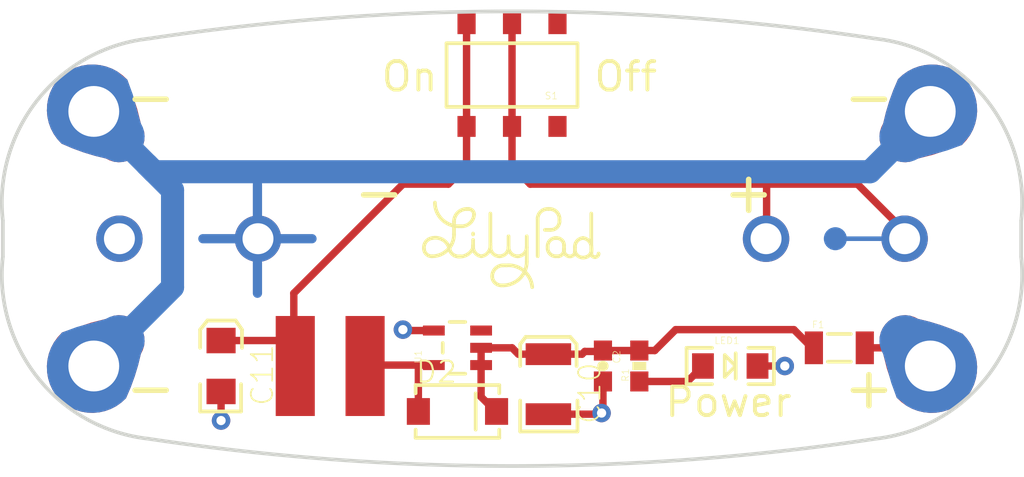
<source format=kicad_pcb>
(kicad_pcb (version 20211014) (generator pcbnew)
  (layers (0 "F.Cu" signal) (31 "B.Cu" signal) (34 "B.Paste" user) (35 "F.Paste" user) (36 "B.SilkS" user "B.Silkscreen") (37 "F.SilkS" user "F.Silkscreen") (38 "B.Mask" user) (39 "F.Mask" user) (44 "Edge.Cuts" user))
  (net 0 "")
  (net 1 "GND")
  (net 2 "N$16")
  (net 3 "RAW")
  (net 4 "5V")
  (net 5 "BATT-INPUT")
  (net 6 "N$1")
  (net 7 "+")
  (footprint "boardEagle:CPOL_1206" (layer "F.Cu") (at 132.501114 112.0036 180)
    (fp_text reference "C11" (at -2.27 1.27 90) (layer "F.SilkS") (effects (font (size 1.176528 1.176528) (thickness 0.093472)) (justify right)))
    (fp_text value "10uF")
    (fp_line (start -1.15 1) (end -1.15 2) (layer "F.SilkS") (width 0.2032))
    (fp_line (start -1.1 -2.5) (end 1.15 -2.5) (layer "F.SilkS") (width 0.2032))
    (fp_line (start 1.15 -2.5) (end 1.15 -1) (layer "F.SilkS") (width 0.2032))
    (fp_line (start -1.1 -1) (end -1.1 -2.5) (layer "F.SilkS") (width 0.2032))
    (fp_line (start 0.75 2.5) (end 1.15 2) (layer "F.SilkS") (width 0.2032))
    (fp_line (start -0.8 2.5) (end 0.75 2.5) (layer "F.SilkS") (width 0.2032))
    (fp_line (start 1.15 2) (end 1.15 1) (layer "F.SilkS") (width 0.2032))
    (fp_line (start -1.15 2) (end -0.8 2.5) (layer "F.SilkS") (width 0.2032))
    (pad "A" smd rect (at 0 1.4 180) (size 1.6 1.4) (layers "F.Cu" "F.Paste" "F.Mask") (net 3 "RAW"))
    (pad "C" smd rect (at 0 -1.4 180) (size 1.6 1.4) (layers "F.Cu" "F.Paste" "F.Mask") (net 1 "GND"))
  )
  (footprint "boardEagle:PETAL-LONG-2-2SIDE" (layer "F.Cu") (at 125.501114 98.0036 -135)
    (fp_text reference "U$2" hide)
    (fp_text value "SEWTAP10" hide)
    (fp_poly (pts (xy 0.126124 -3.367373) (xy 0.374295 -3.32223) (xy 0.610382 -3.233401) (xy 0.82676 -3.103754) (xy 1.016441 -2.937476) (xy 1.173302 -2.739936) (xy 1.292278 -2.517512) (xy 1.363048 -2.297524) (xy 1.689085 -1.761075) (xy 1.991934 -1.194365) (xy 2.262978 -0.611774) (xy 2.508432 0.002536) (xy 2.493573 0.352924) (xy 2.435718 0.68347) (xy 2.335217 1.00364) (xy 2.193791 1.307955) (xy 2.013856 1.591207) (xy 1.798494 1.848554) (xy 1.551385 2.075592) (xy 1.276759 2.268437) (xy 0.979313 2.42379) (xy 0.664135 2.538994) (xy 0.336617 2.612077) (xy -0.003732 2.642332) (xy -0.673997 2.533088) (xy -0.997634 2.412045) (xy -1.299749 2.251368) (xy -1.578307 2.052633) (xy -1.828544 1.819241) (xy -2.046178 1.555184) (xy -2.227486 1.264982) (xy -2.369365 0.953597) (xy -2.469389 0.626358) (xy -2.525846 0.288862) (xy -2.538431 -0.072059) (xy -1.78791 -1.590384) (xy -1.360755 -2.301226) (xy -1.176179 -2.736312) (xy -1.016439 -2.937478) (xy -0.826758 -3.103756) (xy -0.61038 -3.233401) (xy -0.374294 -3.32223) (xy -0.126121 -3.367374)) (layer "F.Cu") (width 0) (fill solid))
    (fp_poly (pts (xy 0.374294 -3.32223) (xy 0.61038 -3.233401) (xy 0.826758 -3.103756) (xy 1.016439 -2.937478) (xy 1.176179 -2.736312) (xy 1.360654 -2.301463) (xy 1.689085 -1.761075) (xy 1.991934 -1.194365) (xy 2.262978 -0.611774) (xy 2.5076 0.000454) (xy 2.5076 0.022153) (xy 2.493584 0.352924) (xy 2.435738 0.683478) (xy 2.335244 1.003653) (xy 2.193821 1.307972) (xy 2.013888 1.591231) (xy 1.798522 1.848581) (xy 1.55141 2.075621) (xy 1.276779 2.268466) (xy 0.979326 2.423816) (xy 0.664142 2.539013) (xy 0.336619 2.612088) (xy -0.000384 2.642034) (xy -0.343727 2.608919) (xy -0.677126 2.531897) (xy -0.997621 2.41202) (xy -1.29973 2.25134) (xy -1.578283 2.052605) (xy -1.828516 1.819214) (xy -2.046148 1.555162) (xy -2.227457 1.264964) (xy -2.36934 0.953585) (xy -2.470349 0.62315) (xy -2.539862 -0.06737) (xy -2.178263 -0.852194) (xy -1.363557 -2.295942) (xy -1.292278 -2.517512) (xy -1.173302 -2.739936) (xy -1.016441 -2.937476) (xy -0.82676 -3.103754) (xy -0.610382 -3.233401) (xy -0.374295 -3.32223) (xy -0.126124 -3.367373) (xy 0.126121 -3.367374)) (layer "B.Cu") (width 0) (fill solid))
    (pad "1" thru_hole circle (at 0 0 315) (size 3.81 3.81) (drill 2.794) (layers *.Cu *.Mask) (net 1 "GND"))
  )
  (footprint "boardEagle:0603-RES" (layer "F.Cu") (at 155.501114 112.0036 90)
    (fp_text reference "R1" (at -0.889 -0.762 90) (layer "F.SilkS") (effects (font (size 0.376489 0.376489) (thickness 0.029911)) (justify left)))
    (fp_text value "1K")
    (fp_poly (pts (xy -0.2286 0.381) (xy 0.2286 0.381) (xy 0.2286 -0.381) (xy -0.2286 -0.381)) (layer "F.SilkS") (width 0) (fill solid))
    (pad "1" smd rect (at -0.85 0 90) (size 1.1 1) (layers "F.Cu" "F.Paste" "F.Mask") (net 6 "N$1"))
    (pad "2" smd rect (at 0.85 0 90) (size 1.1 1) (layers "F.Cu" "F.Paste" "F.Mask") (net 4 "5V"))
  )
  (footprint "boardEagle:SMA-DIODE" (layer "F.Cu") (at 145.501114 114.5036)
    (fp_text reference "D2" (at -2.359 -2.17) (layer "F.SilkS") (effects (font (size 1.1557 1.1557) (thickness 0.1143)) (justify left)))
    (fp_text value "MBRA140")
    (fp_line (start -2.3 -1.45) (end 2.3 -1.45) (layer "F.SilkS") (width 0.2032))
    (fp_line (start 2.3 1.45) (end -2.3 1.45) (layer "F.SilkS") (width 0.2032))
    (fp_line (start 2.3 -1.45) (end 2.3 -1) (layer "F.SilkS") (width 0.2032))
    (fp_line (start -2.3 1.45) (end -2.3 1) (layer "F.SilkS") (width 0.2032))
    (fp_line (start 2.3 1) (end 2.3 1.45) (layer "F.SilkS") (width 0.2032))
    (fp_line (start 1 -1) (end 1 1) (layer "F.SilkS") (width 0.2032))
    (fp_line (start -2.3 -1) (end -2.3 -1.45) (layer "F.SilkS") (width 0.2032))
    (pad "A" smd rect (at -2.15 0 180) (size 1.27 1.47) (layers "F.Cu" "F.Paste" "F.Mask") (net 2 "N$16"))
    (pad "C" smd rect (at 2.15 0) (size 1.27 1.47) (layers "F.Cu" "F.Paste" "F.Mask") (net 4 "5V"))
  )
  (footprint "boardEagle:SOT23-5" (layer "F.Cu") (at 145.501114 111.0036 90)
    (fp_text reference "U1" (at -0.889 -2.159 90) (layer "F.SilkS") (effects (font (size 0.376489 0.376489) (thickness 0.029911)) (justify left)))
    (fp_text value "NCP1402-5V")
    (fp_line (start -0.2684 -0.8104) (end 0.2684 -0.8104) (layer "F.SilkS") (width 0.2032))
    (fp_line (start 1.4224 -0.4294) (end 1.4224 0.4294) (layer "F.SilkS") (width 0.2032))
    (fp_line (start -1.4224 0.4294) (end -1.4224 -0.4294) (layer "F.SilkS") (width 0.2032))
    (pad "1" smd rect (at -0.95 1.3001 90) (size 0.55 1.2) (layers "F.Cu" "F.Paste" "F.Mask") (net 4 "5V"))
    (pad "2" smd rect (at 0 1.3001 90) (size 0.55 1.2) (layers "F.Cu" "F.Paste" "F.Mask") (net 4 "5V"))
    (pad "3" smd rect (at 0.95 1.3001 90) (size 0.55 1.2) (layers "F.Cu" "F.Paste" "F.Mask"))
    (pad "4" smd rect (at 0.95 -1.3001 90) (size 0.55 1.2) (layers "F.Cu" "F.Paste" "F.Mask") (net 1 "GND"))
    (pad "5" smd rect (at -0.95 -1.3001 90) (size 0.55 1.2) (layers "F.Cu" "F.Paste" "F.Mask") (net 2 "N$16"))
  )
  (footprint "boardEagle:BATTERY-AAA" (layer "F.Cu") (at 148.501114 105.0036 180)
    (fp_text reference "BAT1" hide)
    (fp_text value "AAA" hide)
    (fp_text user "+" (at -11.43 1.27 180) (layer "F.SilkS") (effects (font (size 2.2352 2.2352) (thickness 0.3048)) (justify left bottom)))
    (fp_text user "-" (at 8.89 1.27 180) (layer "F.SilkS") (effects (font (size 2.2352 2.2352) (thickness 0.3048)) (justify left bottom)))
    (pad "GND@1" thru_hole circle (at 21.59 0 180) (size 2.5527 2.5527) (drill 1.7018) (layers *.Cu *.Mask) (net 1 "GND"))
    (pad "GND@2" thru_hole circle (at 13.97 0 180) (size 2.5527 2.5527) (drill 1.7018) (layers *.Cu *.Mask))
    (pad "PWR@1" thru_hole circle (at -21.59 0 180) (size 2.5527 2.5527) (drill 1.7018) (layers *.Cu *.Mask) (net 5 "BATT-INPUT"))
    (pad "PWR@2" thru_hole circle (at -13.97 0 180) (size 2.5527 2.5527) (drill 1.7018) (layers *.Cu *.Mask))
  )
  (footprint "boardEagle:PETAL-LONG-2-2SIDE" (layer "F.Cu") (at 171.501114 98.0036 135)
    (fp_text reference "U$4" hide)
    (fp_text value "SEWTAP10" hide)
    (fp_poly (pts (xy 0.126124 -3.367373) (xy 0.374295 -3.32223) (xy 0.610382 -3.233401) (xy 0.82676 -3.103754) (xy 1.016441 -2.937476) (xy 1.173302 -2.739936) (xy 1.292278 -2.517512) (xy 1.363048 -2.297524) (xy 1.689085 -1.761075) (xy 1.991934 -1.194365) (xy 2.262978 -0.611774) (xy 2.508432 0.002536) (xy 2.493573 0.352924) (xy 2.435718 0.68347) (xy 2.335217 1.00364) (xy 2.193791 1.307955) (xy 2.013856 1.591207) (xy 1.798494 1.848554) (xy 1.551385 2.075592) (xy 1.276759 2.268437) (xy 0.979313 2.42379) (xy 0.664135 2.538994) (xy 0.336617 2.612077) (xy -0.003732 2.642332) (xy -0.673997 2.533088) (xy -0.997634 2.412045) (xy -1.299749 2.251368) (xy -1.578307 2.052633) (xy -1.828544 1.819241) (xy -2.046178 1.555184) (xy -2.227486 1.264982) (xy -2.369365 0.953597) (xy -2.469389 0.626358) (xy -2.525846 0.288862) (xy -2.538431 -0.072059) (xy -1.78791 -1.590384) (xy -1.360755 -2.301226) (xy -1.176179 -2.736312) (xy -1.016439 -2.937478) (xy -0.826758 -3.103756) (xy -0.61038 -3.233401) (xy -0.374294 -3.32223) (xy -0.126121 -3.367374)) (layer "F.Cu") (width 0) (fill solid))
    (fp_poly (pts (xy 0.374294 -3.32223) (xy 0.61038 -3.233401) (xy 0.826758 -3.103756) (xy 1.016439 -2.937478) (xy 1.176179 -2.736312) (xy 1.360654 -2.301463) (xy 1.689085 -1.761075) (xy 1.991934 -1.194365) (xy 2.262978 -0.611774) (xy 2.5076 0.000454) (xy 2.5076 0.022153) (xy 2.493584 0.352924) (xy 2.435738 0.683478) (xy 2.335244 1.003653) (xy 2.193821 1.307972) (xy 2.013888 1.591231) (xy 1.798522 1.848581) (xy 1.55141 2.075621) (xy 1.276779 2.268466) (xy 0.979326 2.423816) (xy 0.664142 2.539013) (xy 0.336619 2.612088) (xy -0.000384 2.642034) (xy -0.343727 2.608919) (xy -0.677126 2.531897) (xy -0.997621 2.41202) (xy -1.29973 2.25134) (xy -1.578283 2.052605) (xy -1.828516 1.819214) (xy -2.046148 1.555162) (xy -2.227457 1.264964) (xy -2.36934 0.953585) (xy -2.470349 0.62315) (xy -2.539862 -0.06737) (xy -2.178263 -0.852194) (xy -1.363557 -2.295942) (xy -1.292278 -2.517512) (xy -1.173302 -2.739936) (xy -1.016441 -2.937476) (xy -0.82676 -3.103754) (xy -0.610382 -3.233401) (xy -0.374295 -3.32223) (xy -0.126124 -3.367373) (xy 0.126121 -3.367374)) (layer "B.Cu") (width 0) (fill solid))
    (pad "1" thru_hole circle (at 0 0 225) (size 3.81 3.81) (drill 2.794) (layers *.Cu *.Mask) (net 1 "GND"))
  )
  (footprint "boardEagle:PTC-1206" (layer "F.Cu") (at 166.501114 111.0036)
    (fp_text reference "F1" (at -1.524 -1.27) (layer "F.SilkS") (effects (font (size 0.376489 0.376489) (thickness 0.029911)) (justify left)))
    (fp_text value "PTC 5V/500mA")
    (fp_line (start -0.635 -0.762) (end 0.635 -0.762) (layer "F.SilkS") (width 0.2032))
    (fp_line (start 0.635 0.762) (end -0.635 0.762) (layer "F.SilkS") (width 0.2032))
    (pad "1" smd rect (at -1.4 0) (size 1 1.8) (layers "F.Cu" "F.Paste" "F.Mask") (net 4 "5V"))
    (pad "2" smd rect (at 1.4 0) (size 1 1.8) (layers "F.Cu" "F.Paste" "F.Mask") (net 7 "+"))
  )
  (footprint "boardEagle:CR54" (layer "F.Cu") (at 138.501114 112.0036 -90)
    (fp_text reference "L1" hide)
    (fp_text value "47uH" hide)
    (pad "P$1" smd rect (at 0 -1.92 270) (size 5.5 2.15) (layers "F.Cu" "F.Paste" "F.Mask") (net 2 "N$16"))
    (pad "P$2" smd rect (at 0 1.92 270) (size 5.5 2.15) (layers "F.Cu" "F.Paste" "F.Mask") (net 3 "RAW"))
  )
  (footprint "boardEagle:PETAL-LONG-2-2SIDE" (layer "F.Cu") (at 125.501114 112.0036 -45)
    (fp_text reference "U$5" hide)
    (fp_text value "SEWTAP10" hide)
    (fp_poly (pts (xy 0.126124 -3.367373) (xy 0.374295 -3.32223) (xy 0.610382 -3.233401) (xy 0.82676 -3.103754) (xy 1.016441 -2.937476) (xy 1.173302 -2.739936) (xy 1.292278 -2.517512) (xy 1.363048 -2.297524) (xy 1.689085 -1.761075) (xy 1.991934 -1.194365) (xy 2.262978 -0.611774) (xy 2.508432 0.002536) (xy 2.493573 0.352924) (xy 2.435718 0.68347) (xy 2.335217 1.00364) (xy 2.193791 1.307955) (xy 2.013856 1.591207) (xy 1.798494 1.848554) (xy 1.551385 2.075592) (xy 1.276759 2.268437) (xy 0.979313 2.42379) (xy 0.664135 2.538994) (xy 0.336617 2.612077) (xy -0.003732 2.642332) (xy -0.673997 2.533088) (xy -0.997634 2.412045) (xy -1.299749 2.251368) (xy -1.578307 2.052633) (xy -1.828544 1.819241) (xy -2.046178 1.555184) (xy -2.227486 1.264982) (xy -2.369365 0.953597) (xy -2.469389 0.626358) (xy -2.525846 0.288862) (xy -2.538431 -0.072059) (xy -1.78791 -1.590384) (xy -1.360755 -2.301226) (xy -1.176179 -2.736312) (xy -1.016439 -2.937478) (xy -0.826758 -3.103756) (xy -0.61038 -3.233401) (xy -0.374294 -3.32223) (xy -0.126121 -3.367374)) (layer "F.Cu") (width 0) (fill solid))
    (fp_poly (pts (xy 0.374294 -3.32223) (xy 0.61038 -3.233401) (xy 0.826758 -3.103756) (xy 1.016439 -2.937478) (xy 1.176179 -2.736312) (xy 1.360654 -2.301463) (xy 1.689085 -1.761075) (xy 1.991934 -1.194365) (xy 2.262978 -0.611774) (xy 2.5076 0.000454) (xy 2.5076 0.022153) (xy 2.493584 0.352924) (xy 2.435738 0.683478) (xy 2.335244 1.003653) (xy 2.193821 1.307972) (xy 2.013888 1.591231) (xy 1.798522 1.848581) (xy 1.55141 2.075621) (xy 1.276779 2.268466) (xy 0.979326 2.423816) (xy 0.664142 2.539013) (xy 0.336619 2.612088) (xy -0.000384 2.642034) (xy -0.343727 2.608919) (xy -0.677126 2.531897) (xy -0.997621 2.41202) (xy -1.29973 2.25134) (xy -1.578283 2.052605) (xy -1.828516 1.819214) (xy -2.046148 1.555162) (xy -2.227457 1.264964) (xy -2.36934 0.953585) (xy -2.470349 0.62315) (xy -2.539862 -0.06737) (xy -2.178263 -0.852194) (xy -1.363557 -2.295942) (xy -1.292278 -2.517512) (xy -1.173302 -2.739936) (xy -1.016441 -2.937476) (xy -0.82676 -3.103754) (xy -0.610382 -3.233401) (xy -0.374295 -3.32223) (xy -0.126124 -3.367373) (xy 0.126121 -3.367374)) (layer "B.Cu") (width 0) (fill solid))
    (pad "1" thru_hole circle (at 0 0 45) (size 3.81 3.81) (drill 2.794) (layers *.Cu *.Mask) (net 1 "GND"))
  )
  (footprint "boardEagle:AYZ0202" (layer "F.Cu") (at 148.501114 96.0036 180)
    (fp_text reference "S1" (at -2.54 -1.143) (layer "F.SilkS") (effects (font (size 0.376489 0.376489) (thickness 0.029911)) (justify right)))
    (fp_text value "AYZ0202")
    (fp_line (start 3.6 1.75) (end 3.6 -1.75) (layer "F.SilkS") (width 0.2032))
    (fp_line (start 3.6 -1.75) (end -3.6 -1.75) (layer "F.SilkS") (width 0.2032))
    (fp_line (start -3.6 -1.75) (end -3.6 1.75) (layer "F.SilkS") (width 0.2032))
    (fp_line (start -3.6 1.75) (end 3.6 1.75) (layer "F.SilkS") (width 0.2032))
    (pad "" np_thru_hole circle (at 1.5 0 180) (size 0.85 0.85) (drill 0.85) (layers *.Cu *.Mask))
    (pad "" np_thru_hole circle (at -1.5 0 180) (size 0.85 0.85) (drill 0.85) (layers *.Cu *.Mask))
    (pad "1" smd rect (at -2.5 -2.825 180) (size 1 1.15) (layers "F.Cu" "F.Paste" "F.Mask"))
    (pad "2" smd rect (at 0 -2.825 180) (size 1 1.15) (layers "F.Cu" "F.Paste" "F.Mask") (net 5 "BATT-INPUT"))
    (pad "3" smd rect (at 2.5 -2.825 180) (size 1 1.15) (layers "F.Cu" "F.Paste" "F.Mask") (net 3 "RAW"))
    (pad "4" smd rect (at -2.5 2.825 180) (size 1 1.15) (layers "F.Cu" "F.Paste" "F.Mask"))
    (pad "5" smd rect (at 0 2.825 180) (size 1 1.15) (layers "F.Cu" "F.Paste" "F.Mask") (net 5 "BATT-INPUT"))
    (pad "6" smd rect (at 2.5 2.825 180) (size 1 1.15) (layers "F.Cu" "F.Paste" "F.Mask") (net 3 "RAW"))
  )
  (footprint "boardEagle:EIA3528-21" (layer "F.Cu") (at 150.501114 113.0036 180)
    (fp_text reference "C10" (at -2.27 1.27 90) (layer "F.SilkS") (effects (font (size 1.176528 1.176528) (thickness 0.093472)) (justify right)))
    (fp_text value "68uF")
    (fp_line (start -1.55 1) (end -1.55 2.2) (layer "F.SilkS") (width 0.2032))
    (fp_line (start -1.6 -2.6) (end 1.55 -2.6) (layer "F.SilkS") (width 0.2032))
    (fp_line (start -1.55 2.2) (end -1.2 2.6) (layer "F.SilkS") (width 0.2032))
    (fp_line (start 1.55 -2.6) (end 1.55 -0.9) (layer "F.SilkS") (width 0.2032))
    (fp_line (start 1.55 2.2) (end 1.55 1) (layer "F.SilkS") (width 0.2032))
    (fp_line (start -1.2 2.6) (end 1.25 2.6) (layer "F.SilkS") (width 0.2032))
    (fp_line (start -1.6 -0.9) (end -1.6 -2.6) (layer "F.SilkS") (width 0.2032))
    (fp_line (start 1.25 2.6) (end 1.55 2.2) (layer "F.SilkS") (width 0.2032))
    (pad "A" smd rect (at 0 1.65 180) (size 2.5 1.2) (layers "F.Cu" "F.Paste" "F.Mask") (net 4 "5V"))
    (pad "C" smd rect (at 0 -1.65 180) (size 2.5 1.2) (layers "F.Cu" "F.Paste" "F.Mask") (net 1 "GND"))
  )
  (footprint "boardEagle:0603-CAP" (layer "F.Cu") (at 153.501114 112.0036 -90)
    (fp_text reference "C2" (at -0.889 -0.762 90) (layer "F.SilkS") (effects (font (size 0.376489 0.376489) (thickness 0.029911)) (justify right)))
    (fp_text value "0.1uF")
    (fp_line (start 0 -0.0305) (end 0 0.0305) (layer "F.SilkS") (width 0.5588))
    (pad "1" smd rect (at -0.85 0 270) (size 1.1 1) (layers "F.Cu" "F.Paste" "F.Mask") (net 4 "5V"))
    (pad "2" smd rect (at 0.85 0 270) (size 1.1 1) (layers "F.Cu" "F.Paste" "F.Mask") (net 1 "GND"))
  )
  (footprint "boardEagle:LOGO-LILYPAD" (layer "F.Cu") (at 148.501114 105.0036)
    (fp_text reference "U$7" hide)
    (fp_text value "LOGO-LPLP" hide)
    (fp_line (start 2.61 -1.135) (end 2.61 -0.935) (layer "F.SilkS") (width 0.2032))
    (fp_line (start -2.94 -0.685) (end -2.79 -0.685) (layer "F.SilkS") (width 0.2032))
    (fp_line (start -2.14 0.365) (end -2.14 0.515) (layer "F.SilkS") (width 0.2032))
    (fp_line (start -2.49 -1.635) (end -2.39 -1.635) (layer "F.SilkS") (width 0.2032))
    (fp_line (start 4.36 0.715) (end 4.36 0.815) (layer "F.SilkS") (width 0.2032))
    (fp_line (start 0.81 0.465) (end 0.81 -0.135) (layer "F.SilkS") (width 0.2032))
    (fp_line (start 3.46 0.715) (end 3.46 0.465) (layer "F.SilkS") (width 0.2032))
    (fp_line (start 3.46 0.765) (end 3.46 0.715) (layer "F.SilkS") (width 0.2032))
    (fp_line (start 2.11 -0.485) (end 1.81 -0.485) (layer "F.SilkS") (width 0.2032))
    (fp_line (start 2.56 0.965) (end 2.36 0.965) (layer "F.SilkS") (width 0.2032))
    (fp_line (start -3.19 -0.235) (end -3.19 -0.935) (layer "F.SilkS") (width 0.2032))
    (fp_line (start -1.19 0.465) (end -1.19 0.415) (layer "F.SilkS") (width 0.2032))
    (fp_line (start 2.86 0.365) (end 2.86 0.565) (layer "F.SilkS") (width 0.2032))
    (fp_line (start -0.19 0.465) (end -0.19 -0.135) (layer "F.SilkS") (width 0.2032))
    (fp_line (start 2.36 -0.035) (end 2.46 -0.035) (layer "F.SilkS") (width 0.2032))
    (fp_line (start -0.49 1.465) (end -0.29 1.465) (layer "F.SilkS") (width 0.2032))
    (fp_line (start 0.81 1.265) (end 0.81 0.465) (layer "F.SilkS") (width 0.2032))
    (fp_line (start 1.41 0.965) (end 1.41 -1.135) (layer "F.SilkS") (width 0.2032))
    (fp_line (start -1.19 0.265) (end -1.19 -1.385) (layer "F.SilkS") (width 0.2032))
    (fp_line (start -2.14 0.365) (end -2.14 0.065) (layer "F.SilkS") (width 0.2032))
    (fp_line (start 4.36 0.615) (end 4.36 -1.385) (layer "F.SilkS") (width 0.2032))
    (fp_line (start -2.14 -0.235) (end -2.14 -0.285) (layer "F.SilkS") (width 0.2032))
    (fp_line (start -0.59 2.565) (end -0.49 2.565) (layer "F.SilkS") (width 0.2032))
    (fp_arc (start 1.41 -1.135) (mid 1.606447 -1.509264) (end 2.01 -1.635) (layer "F.SilkS") (width 0.2032))
    (fp_arc (start -2.14 0.515) (mid -2.582158 0.932462) (end -3.190001 0.914999) (layer "F.SilkS") (width 0.2032))
    (fp_arc (start -0.29 1.465) (mid 0.658528 1.775051) (end 1.11 2.665) (layer "F.SilkS") (width 0.2032))
    (fp_arc (start -4.39 -0.035) (mid -3.790736 0.068249) (end -3.44 0.565) (layer "F.SilkS") (width 0.2032))
    (fp_arc (start 0.81 1.265) (mid 0.429239 2.184239) (end -0.49 2.565) (layer "F.SilkS") (width 0.2032))
    (fp_arc (start -0.69 0.965) (mid -1.043553 0.818553) (end -1.19 0.465) (layer "F.SilkS") (width 0.2032))
    (fp_arc (start 3.46 0.465) (mid 3.581447 0.121802) (end 3.91 -0.035) (layer "F.SilkS") (width 0.2032))
    (fp_arc (start -1.19 0.415) (mid -1.338239 0.78251) (end -1.690001 0.965) (layer "F.SilkS") (width 0.2032))
    (fp_arc (start 4.36 0.515) (mid 4.372311 0.615) (end 4.36 0.715) (layer "F.SilkS") (width 0.2032))
    (fp_arc (start -1.09 2.065) (mid -0.914264 1.640735) (end -0.489999 1.464999) (layer "F.SilkS") (width 0.2032))
    (fp_arc (start 4.56 1.015) (mid 4.418579 0.956421) (end 4.36 0.815) (layer "F.SilkS") (width 0.2032))
    (fp_arc (start 3.91 -0.035) (mid 4.248909 0.146802) (end 4.36 0.515) (layer "F.SilkS") (width 0.2032))
    (fp_arc (start -1.19 0.265) (mid -1.187119 0.34) (end -1.19 0.415) (layer "F.SilkS") (width 0.2032))
    (fp_arc (start 0.31 0.965) (mid -0.043553 0.818553) (end -0.19 0.465) (layer "F.SilkS") (width 0.2032))
    (fp_arc (start 2.86 0.565) (mid 2.792843 0.827132) (end 2.56 0.965) (layer "F.SilkS") (width 0.2032))
    (fp_arc (start 3.11 0.965) (mid 2.902157 0.816777) (end 2.86 0.565) (layer "F.SilkS") (width 0.2032))
    (fp_arc (start 4.06 1.015) (mid 3.697868 0.989264) (end 3.46 0.715) (layer "F.SilkS") (width 0.2032))
    (fp_arc (start -0.59 2.565) (mid -0.943553 2.418553) (end -1.09 2.065) (layer "F.SilkS") (width 0.2032))
    (fp_arc (start 0.81 0.465) (mid 0.663553 0.818553) (end 0.31 0.965) (layer "F.SilkS") (width 0.2032))
    (fp_arc (start 3.46 0.765) (mid 3.326421 0.937487) (end 3.11 0.965) (layer "F.SilkS") (width 0.2032))
    (fp_arc (start -0.19 0.465) (mid -0.336447 0.818553) (end -0.69 0.965) (layer "F.SilkS") (width 0.2032))
    (fp_arc (start -2.839999 0.964999) (mid -3.222842 0.889264) (end -3.44 0.565) (layer "F.SilkS") (width 0.2032))
    (fp_arc (start 4.76 0.815) (mid 4.701421 0.956421) (end 4.56 1.015) (layer "F.SilkS") (width 0.2032))
    (fp_arc (start 2.36 0.965) (mid 2.056446 0.797842) (end 1.959999 0.464999) (layer "F.SilkS") (width 0.2032))
    (fp_arc (start -3.19 -0.935) (mid -2.984975 -1.429975) (end -2.49 -1.635) (layer "F.SilkS") (width 0.2032))
    (fp_arc (start -2.39 -1.635) (mid -2.177868 -1.547132) (end -2.09 -1.335) (layer "F.SilkS") (width 0.2032))
    (fp_arc (start -2.09 -1.335) (mid -2.305381 -0.865025) (end -2.79 -0.685) (layer "F.SilkS") (width 0.2032))
    (fp_arc (start 2.46 -0.035) (mid 2.742843 0.082157) (end 2.86 0.365) (layer "F.SilkS") (width 0.2032))
    (fp_arc (start 2.01 -1.635) (mid 2.413529 -1.509234) (end 2.609999 -1.134999) (layer "F.SilkS") (width 0.2032))
    (fp_arc (start -1.69 0.965) (mid -2.039264 0.758198) (end -2.14 0.365) (layer "F.SilkS") (width 0.2032))
    (fp_arc (start 4.36 0.715) (mid 4.251547 0.906548) (end 4.059999 1.015) (layer "F.SilkS") (width 0.2032))
    (fp_arc (start 1.96 0.465) (mid 2.056447 0.132157) (end 2.36 -0.035) (layer "F.SilkS") (width 0.2032))
    (fp_arc (start -4.39 0.965) (mid -4.697843 0.858198) (end -4.84 0.565) (layer "F.SilkS") (width 0.2032))
    (fp_arc (start 2.61 -0.935) (mid 2.453171 -0.606475) (end 2.109999 -0.484999) (layer "F.SilkS") (width 0.2032))
    (fp_arc (start -4.84 0.565) (mid -4.739264 0.171802) (end -4.39 -0.035) (layer "F.SilkS") (width 0.2032))
    (fp_arc (start -3.19 -0.235) (mid -3.541472 0.613528) (end -4.39 0.965) (layer "F.SilkS") (width 0.2032))
    (fp_arc (start -2.94 -0.685) (mid -3.859239 -1.065761) (end -4.24 -1.985) (layer "F.SilkS") (width 0.2032))
  )
  (footprint "boardEagle:LED-1206" (layer "F.Cu") (at 160.501114 112.0036)
    (fp_text reference "LED1" (at -0.889 -1.397) (layer "F.SilkS") (effects (font (size 0.376489 0.376489) (thickness 0.029911)) (justify left)))
    (fp_text value "Red")
    (fp_line (start -0.3 -0.6) (end -0.3 0.6) (layer "F.SilkS") (width 0.2032))
    (fp_line (start 0.3 0) (end 0.3 0.7) (layer "F.SilkS") (width 0.2032))
    (fp_line (start -2.4 1) (end -1 1) (layer "F.SilkS") (width 0.2032))
    (fp_line (start -2.4 -1) (end -2.4 1) (layer "F.SilkS") (width 0.2032))
    (fp_line (start -0.3 0.6) (end 0.3 0) (layer "F.SilkS") (width 0.2032))
    (fp_line (start -1 -1) (end -2.4 -1) (layer "F.SilkS") (width 0.2032))
    (fp_line (start 1 -1) (end 2.4 -1) (layer "F.SilkS") (width 0.2032))
    (fp_line (start 2.4 1) (end 1 1) (layer "F.SilkS") (width 0.2032))
    (fp_line (start 0.3 -0.7) (end 0.3 0) (layer "F.SilkS") (width 0.2032))
    (fp_line (start 2.4 -1) (end 2.4 1) (layer "F.SilkS") (width 0.2032))
    (fp_line (start 0.3 0) (end -0.3 -0.6) (layer "F.SilkS") (width 0.2032))
    (pad "A" smd rect (at -1.5 0) (size 1.2 1.4) (layers "F.Cu" "F.Paste" "F.Mask") (net 6 "N$1"))
    (pad "C" smd rect (at 1.5 0) (size 1.2 1.4) (layers "F.Cu" "F.Paste" "F.Mask") (net 1 "GND"))
  )
  (footprint "boardEagle:PETAL-LONG-2-2SIDE" (layer "F.Cu") (at 171.501114 112.0036 45)
    (fp_text reference "U$1" hide)
    (fp_text value "SEWTAP10" hide)
    (fp_poly (pts (xy 0.126124 -3.367373) (xy 0.374295 -3.32223) (xy 0.610382 -3.233401) (xy 0.82676 -3.103754) (xy 1.016441 -2.937476) (xy 1.173302 -2.739936) (xy 1.292278 -2.517512) (xy 1.363048 -2.297524) (xy 1.689085 -1.761075) (xy 1.991934 -1.194365) (xy 2.262978 -0.611774) (xy 2.508432 0.002536) (xy 2.493573 0.352924) (xy 2.435718 0.68347) (xy 2.335217 1.00364) (xy 2.193791 1.307955) (xy 2.013856 1.591207) (xy 1.798494 1.848554) (xy 1.551385 2.075592) (xy 1.276759 2.268437) (xy 0.979313 2.42379) (xy 0.664135 2.538994) (xy 0.336617 2.612077) (xy -0.003732 2.642332) (xy -0.673997 2.533088) (xy -0.997634 2.412045) (xy -1.299749 2.251368) (xy -1.578307 2.052633) (xy -1.828544 1.819241) (xy -2.046178 1.555184) (xy -2.227486 1.264982) (xy -2.369365 0.953597) (xy -2.469389 0.626358) (xy -2.525846 0.288862) (xy -2.538431 -0.072059) (xy -1.78791 -1.590384) (xy -1.360755 -2.301226) (xy -1.176179 -2.736312) (xy -1.016439 -2.937478) (xy -0.826758 -3.103756) (xy -0.61038 -3.233401) (xy -0.374294 -3.32223) (xy -0.126121 -3.367374)) (layer "F.Cu") (width 0) (fill solid))
    (fp_poly (pts (xy 0.374294 -3.32223) (xy 0.61038 -3.233401) (xy 0.826758 -3.103756) (xy 1.016439 -2.937478) (xy 1.176179 -2.736312) (xy 1.360654 -2.301463) (xy 1.689085 -1.761075) (xy 1.991934 -1.194365) (xy 2.262978 -0.611774) (xy 2.5076 0.000454) (xy 2.5076 0.022153) (xy 2.493584 0.352924) (xy 2.435738 0.683478) (xy 2.335244 1.003653) (xy 2.193821 1.307972) (xy 2.013888 1.591231) (xy 1.798522 1.848581) (xy 1.55141 2.075621) (xy 1.276779 2.268466) (xy 0.979326 2.423816) (xy 0.664142 2.539013) (xy 0.336619 2.612088) (xy -0.000384 2.642034) (xy -0.343727 2.608919) (xy -0.677126 2.531897) (xy -0.997621 2.41202) (xy -1.29973 2.25134) (xy -1.578283 2.052605) (xy -1.828516 1.819214) (xy -2.046148 1.555162) (xy -2.227457 1.264964) (xy -2.36934 0.953585) (xy -2.470349 0.62315) (xy -2.539862 -0.06737) (xy -2.178263 -0.852194) (xy -1.363557 -2.295942) (xy -1.292278 -2.517512) (xy -1.173302 -2.739936) (xy -1.016441 -2.937476) (xy -0.82676 -3.103754) (xy -0.610382 -3.233401) (xy -0.374295 -3.32223) (xy -0.126124 -3.367373) (xy 0.126121 -3.367374)) (layer "B.Cu") (width 0) (fill solid))
    (pad "1" thru_hole circle (at 0 0 135) (size 3.81 3.81) (drill 2.794) (layers *.Cu *.Mask) (net 7 "+"))
  )
  (footprint "boardEagle:PAD.03X.05" (layer "B.Cu") (at 166.281114 105.0036 180)
    (fp_text reference "TP1" hide)
    (fp_text value "" hide)
    (pad "P$1" smd roundrect (at 0 0 180) (size 1.27 1.27) (layers "B.Cu" "B.Mask") (roundrect_rratio 0.5) (net 5 "BATT-INPUT"))
  )
  (gr_line (start 176.501114 106.0036) (end 176.501114 104.0036) (layer "Edge.Cuts") (width 0.2032))
  (gr_arc (start 128.501114 116.0036) (mid 122.430251 112.660289) (end 120.501114 106.003598) (layer "Edge.Cuts") (width 0.2032))
  (gr_arc (start 168.501114 94.0036) (mid 174.572124 97.346794) (end 176.501114 104.003602) (layer "Edge.Cuts") (width 0.2032))
  (gr_arc (start 128.501114 94.0036) (mid 148.501114 92.5036) (end 168.501114 94.0036) (layer "Edge.Cuts") (width 0.2032))
  (gr_arc (start 176.501114 106.0036) (mid 174.572035 112.660337) (end 168.501114 116.0036) (layer "Edge.Cuts") (width 0.2032))
  (gr_line (start 120.501114 104.0036) (end 120.501114 106.0036) (layer "Edge.Cuts") (width 0.2032))
  (gr_arc (start 168.501114 116.0036) (mid 148.501114 117.5036) (end 128.501114 116.0036) (layer "Edge.Cuts") (width 0.2032))
  (gr_arc (start 120.501114 104.0036) (mid 122.430017 97.346722) (end 128.501114 94.0036) (layer "Edge.Cuts") (width 0.2032))
  (gr_text "Off" (at 152.901114 97.0036) (layer "F.SilkS") (effects (font (size 1.56464 1.56464) (thickness 0.21336)) (justify left bottom)))
  (gr_text "+" (at 169.710114 111.8616) (layer "F.SilkS") (effects (font (size 2.2352 2.2352) (thickness 0.3048)) (justify right top)))
  (gr_text "-" (at 169.710114 95.8596) (layer "F.SilkS") (effects (font (size 2.2352 2.2352) (thickness 0.3048)) (justify right top)))
  (gr_text "-" (at 130.213114 111.8616) (layer "F.SilkS") (effects (font (size 2.2352 2.2352) (thickness 0.3048)) (justify right top)))
  (gr_text "-" (at 130.213114 95.8596) (layer "F.SilkS") (effects (font (size 2.2352 2.2352) (thickness 0.3048)) (justify right top)))
  (gr_text "On" (at 141.201114 97.0036) (layer "F.SilkS") (effects (font (size 1.56464 1.56464) (thickness 0.21336)) (justify left bottom)))
  (gr_text "Power" (at 156.801114 114.9036) (layer "F.SilkS") (effects (font (size 1.56464 1.56464) (thickness 0.21336)) (justify left bottom)))
  (segment (start 162.001114 112.0036) (end 163.501114 112.0036) (width 0.4064) (layer "F.Cu") (net 1))
  (segment (start 153.501114 114.5036) (end 153.414114 114.5906) (width 0.4064) (layer "F.Cu") (net 1))
  (segment (start 153.426114 114.5786) (end 153.426114 114.5906) (width 0.4064) (layer "F.Cu") (net 1))
  (segment (start 142.551114 110.0536) (end 142.501114 110.0036) (width 0.4064) (layer "F.Cu") (net 1))
  (segment (start 144.201014 110.0536) (end 142.551114 110.0536) (width 0.4064) (layer "F.Cu") (net 1))
  (segment (start 153.501114 112.8536) (end 153.501114 114.5036) (width 0.4064) (layer "F.Cu") (net 1))
  (segment (start 153.414114 114.5906) (end 153.426114 114.5906) (width 0.4064) (layer "F.Cu") (net 1))
  (segment (start 153.351114 114.6536) (end 150.501114 114.6536) (width 0.4064) (layer "F.Cu") (net 1))
  (segment (start 153.501114 114.5036) (end 153.426114 114.5786) (width 0.4064) (layer "F.Cu") (net 1))
  (segment (start 132.501114 113.4036) (end 132.501114 115.0036) (width 0.4064) (layer "F.Cu") (net 1))
  (segment (start 153.414114 114.5906) (end 153.401114 114.6036) (width 0.4064) (layer "F.Cu") (net 1))
  (segment (start 153.501114 114.5036) (end 153.351114 114.6536) (width 0.4064) (layer "F.Cu") (net 1))
  (via (at 142.501114 110.0036) (size 1.016) (drill 0.508) (layers "F.Cu" "B.Cu") (net 1))
  (via (at 132.501114 115.0036) (size 1.016) (drill 0.508) (layers "F.Cu" "B.Cu") (net 1))
  (via (at 163.501114 112.0036) (size 1.016) (drill 0.508) (layers "F.Cu" "B.Cu") (net 1))
  (via (at 153.426114 114.5906) (size 1.016) (drill 0.508) (layers "F.Cu" "B.Cu") (net 1))
  (segment (start 125.501114 112.0016) (end 125.501114 112.0036) (width 1.27) (layer "B.Cu") (net 1))
  (segment (start 128.818114 101.3206) (end 128.436114 100.9386) (width 1.27) (layer "B.Cu") (net 1))
  (segment (start 134.501114 102.0036) (end 134.501114 108.0036) (width 0.508) (layer "B.Cu") (net 1))
  (segment (start 128.436114 100.9386) (end 125.501114 98.0036) (width 1.27) (layer "B.Cu") (net 1))
  (segment (start 168.186114 101.3206) (end 171.501114 98.0056) (width 1.27) (layer "B.Cu") (net 1))
  (segment (start 171.501114 98.0056) (end 171.501114 98.0036) (width 1.27) (layer "B.Cu") (net 1))
  (segment (start 129.832114 107.6706) (end 125.501114 112.0016) (width 1.27) (layer "B.Cu") (net 1))
  (segment (start 137.501114 105.0036) (end 131.501114 105.0036) (width 0.508) (layer "B.Cu") (net 1))
  (segment (start 128.436114 100.9386) (end 129.832114 102.3346) (width 1.27) (layer "B.Cu") (net 1))
  (segment (start 129.832114 102.3346) (end 129.832114 107.6706) (width 1.27) (layer "B.Cu") (net 1))
  (segment (start 128.818114 101.3206) (end 168.186114 101.3206) (width 1.27) (layer "B.Cu") (net 1))
  (segment (start 143.351114 112.0536) (end 143.351114 114.5036) (width 0.4064) (layer "F.Cu") (net 2))
  (segment (start 144.201014 111.9536) (end 143.401114 111.9536) (width 0.4064) (layer "F.Cu") (net 2))
  (segment (start 143.401114 111.9536) (end 140.551114 111.9536) (width 0.4064) (layer "F.Cu") (net 2))
  (segment (start 140.551114 111.9536) (end 140.501114 112.0036) (width 0.4064) (layer "F.Cu") (net 2))
  (segment (start 140.501114 112.0036) (end 140.421114 112.0036) (width 0.4064) (layer "F.Cu") (net 2))
  (segment (start 143.401114 112.0036) (end 143.351114 112.0536) (width 0.4064) (layer "F.Cu") (net 2))
  (segment (start 143.401114 111.9536) (end 143.401114 112.0036) (width 0.4064) (layer "F.Cu") (net 2))
  (segment (start 145.001114 102.0036) (end 142.501114 102.0036) (width 0.4064) (layer "F.Cu") (net 3))
  (segment (start 146.001114 101.0036) (end 146.001114 99.0036) (width 0.4064) (layer "F.Cu") (net 3))
  (segment (start 136.501114 111.0036) (end 136.101114 110.6036) (width 0.4064) (layer "F.Cu") (net 3))
  (segment (start 146.001114 99.0036) (end 146.001114 98.8286) (width 0.4064) (layer "F.Cu") (net 3))
  (segment (start 136.101114 110.6036) (end 132.501114 110.6036) (width 0.4064) (layer "F.Cu") (net 3))
  (segment (start 146.001114 99.0036) (end 146.001114 93.1786) (width 0.4064) (layer "F.Cu") (net 3))
  (segment (start 136.501114 111.0036) (end 136.581114 111.0036) (width 0.4064) (layer "F.Cu") (net 3))
  (segment (start 136.501114 108.0036) (end 136.501114 111.0036) (width 0.4064) (layer "F.Cu") (net 3))
  (segment (start 136.581114 111.0036) (end 136.581114 112.0036) (width 0.4064) (layer "F.Cu") (net 3))
  (segment (start 145.001114 102.0036) (end 146.001114 101.0036) (width 0.4064) (layer "F.Cu") (net 3))
  (segment (start 142.501114 102.0036) (end 136.501114 108.0036) (width 0.4064) (layer "F.Cu") (net 3))
  (segment (start 155.501114 111.1536) (end 156.351114 111.1536) (width 0.4064) (layer "F.Cu") (net 4))
  (segment (start 146.801214 112.0035) (end 146.801114 112.0036) (width 0.4064) (layer "F.Cu") (net 4))
  (segment (start 156.351114 111.1536) (end 157.501114 110.0036) (width 0.4064) (layer "F.Cu") (net 4))
  (segment (start 155.501114 111.1036) (end 155.451114 111.1536) (width 0.4064) (layer "F.Cu") (net 4))
  (segment (start 153.551114 111.1536) (end 153.601114 111.2036) (width 0.4064) (layer "F.Cu") (net 4))
  (segment (start 164.001114 110.0036) (end 165.101114 111.1036) (width 0.4064) (layer "F.Cu") (net 4))
  (segment (start 152.501114 111.2036) (end 152.351114 111.3536) (width 0.4064) (layer "F.Cu") (net 4))
  (segment (start 152.351114 111.3536) (end 150.501114 111.3536) (width 0.4064) (layer "F.Cu") (net 4))
  (segment (start 157.501114 110.0036) (end 164.001114 110.0036) (width 0.4064) (layer "F.Cu") (net 4))
  (segment (start 146.801214 113.7037) (end 147.601114 114.5036) (width 0.4064) (layer "F.Cu") (net 4))
  (segment (start 148.501114 111.0036) (end 146.801214 111.0036) (width 0.4064) (layer "F.Cu") (net 4))
  (segment (start 146.801214 111.9536) (end 146.801214 113.7037) (width 0.4064) (layer "F.Cu") (net 4))
  (segment (start 155.501114 111.1536) (end 155.501114 111.1036) (width 0.4064) (layer "F.Cu") (net 4))
  (segment (start 146.801214 111.9536) (end 146.801214 112.0035) (width 0.4064) (layer "F.Cu") (net 4))
  (segment (start 155.451114 111.1536) (end 153.501114 111.1536) (width 0.4064) (layer "F.Cu") (net 4))
  (segment (start 153.601114 111.2036) (end 152.501114 111.2036) (width 0.4064) (layer "F.Cu") (net 4))
  (segment (start 148.851114 111.3536) (end 148.501114 111.0036) (width 0.4064) (layer "F.Cu") (net 4))
  (segment (start 147.601114 114.5036) (end 147.651114 114.5036) (width 0.4064) (layer "F.Cu") (net 4))
  (segment (start 153.501114 111.1536) (end 153.551114 111.1536) (width 0.4064) (layer "F.Cu") (net 4))
  (segment (start 147.651114 114.5036) (end 147.601114 115.0036) (width 0.4064) (layer "F.Cu") (net 4))
  (segment (start 146.801214 111.0036) (end 146.801214 111.9536) (width 0.4064) (layer "F.Cu") (net 4))
  (segment (start 150.501114 111.3536) (end 148.851114 111.3536) (width 0.4064) (layer "F.Cu") (net 4))
  (segment (start 165.101114 111.1036) (end 165.101114 111.0036) (width 0.4064) (layer "F.Cu") (net 4))
  (segment (start 170.101114 104.6036) (end 170.101114 105.0036) (width 0.4064) (layer "F.Cu") (net 5))
  (segment (start 148.501114 101.0036) (end 148.501114 98.8286) (width 0.4064) (layer "F.Cu") (net 5))
  (segment (start 162.501114 102.0036) (end 167.501114 102.0036) (width 0.4064) (layer "F.Cu") (net 5))
  (segment (start 167.501114 102.0036) (end 170.101114 104.6036) (width 0.4064) (layer "F.Cu") (net 5))
  (segment (start 148.501114 98.8286) (end 148.501114 99.0036) (width 0.4064) (layer "F.Cu") (net 5))
  (segment (start 149.501114 102.0036) (end 148.501114 101.0036) (width 0.4064) (layer "F.Cu") (net 5))
  (segment (start 162.501114 102.0036) (end 162.501114 105.0036) (width 0.4064) (layer "F.Cu") (net 5))
  (segment (start 170.101114 105.0036) (end 170.091114 105.0036) (width 0.4064) (layer "F.Cu") (net 5))
  (segment (start 148.501114 98.8286) (end 148.501114 93.1786) (width 0.4064) (layer "F.Cu") (net 5))
  (segment (start 149.501114 102.0036) (end 162.501114 102.0036) (width 0.4064) (layer "F.Cu") (net 5))
  (segment (start 170.091114 105.0036) (end 166.281114 105.0036) (width 0.254) (layer "B.Cu") (net 5))
  (segment (start 158.151114 112.8536) (end 159.001114 112.0036) (width 0.4064) (layer "F.Cu") (net 6))
  (segment (start 158.151114 112.8536) (end 155.501114 112.8536) (width 0.4064) (layer "F.Cu") (net 6))
  (segment (start 167.901114 111.0036) (end 170.701114 111.0036) (width 0.4064) (layer "F.Cu") (net 7))
  (segment (start 170.701114 111.0036) (end 171.601114 111.9036) (width 0.4064) (layer "F.Cu") (net 7))
  (segment (start 171.601114 111.9036) (end 171.501114 112.0036) (width 0.4064) (layer "F.Cu") (net 7))
)
</source>
